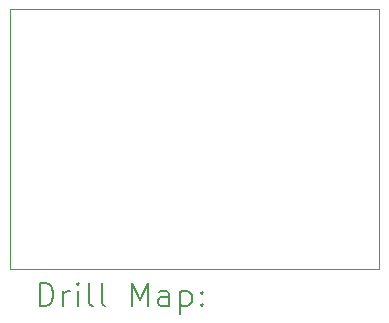
<source format=gbr>
%TF.GenerationSoftware,KiCad,Pcbnew,(6.0.7)*%
%TF.CreationDate,2023-01-30T20:46:30-05:00*%
%TF.ProjectId,SPItoCAN,53504974-6f43-4414-9e2e-6b696361645f,rev?*%
%TF.SameCoordinates,Original*%
%TF.FileFunction,Drillmap*%
%TF.FilePolarity,Positive*%
%FSLAX45Y45*%
G04 Gerber Fmt 4.5, Leading zero omitted, Abs format (unit mm)*
G04 Created by KiCad (PCBNEW (6.0.7)) date 2023-01-30 20:46:30*
%MOMM*%
%LPD*%
G01*
G04 APERTURE LIST*
%ADD10C,0.100000*%
%ADD11C,0.200000*%
G04 APERTURE END LIST*
D10*
X1270000Y-1300000D02*
X4394200Y-1300000D01*
X4394200Y-1300000D02*
X4394200Y-3505200D01*
X4394200Y-3505200D02*
X1270000Y-3505200D01*
X1270000Y-3505200D02*
X1270000Y-1300000D01*
D11*
X1522619Y-3820676D02*
X1522619Y-3620676D01*
X1570238Y-3620676D01*
X1598809Y-3630200D01*
X1617857Y-3649248D01*
X1627381Y-3668295D01*
X1636905Y-3706390D01*
X1636905Y-3734962D01*
X1627381Y-3773057D01*
X1617857Y-3792105D01*
X1598809Y-3811152D01*
X1570238Y-3820676D01*
X1522619Y-3820676D01*
X1722619Y-3820676D02*
X1722619Y-3687343D01*
X1722619Y-3725438D02*
X1732143Y-3706390D01*
X1741667Y-3696867D01*
X1760714Y-3687343D01*
X1779762Y-3687343D01*
X1846428Y-3820676D02*
X1846428Y-3687343D01*
X1846428Y-3620676D02*
X1836905Y-3630200D01*
X1846428Y-3639724D01*
X1855952Y-3630200D01*
X1846428Y-3620676D01*
X1846428Y-3639724D01*
X1970238Y-3820676D02*
X1951190Y-3811152D01*
X1941667Y-3792105D01*
X1941667Y-3620676D01*
X2075000Y-3820676D02*
X2055952Y-3811152D01*
X2046428Y-3792105D01*
X2046428Y-3620676D01*
X2303571Y-3820676D02*
X2303571Y-3620676D01*
X2370238Y-3763533D01*
X2436905Y-3620676D01*
X2436905Y-3820676D01*
X2617857Y-3820676D02*
X2617857Y-3715914D01*
X2608333Y-3696867D01*
X2589286Y-3687343D01*
X2551190Y-3687343D01*
X2532143Y-3696867D01*
X2617857Y-3811152D02*
X2598810Y-3820676D01*
X2551190Y-3820676D01*
X2532143Y-3811152D01*
X2522619Y-3792105D01*
X2522619Y-3773057D01*
X2532143Y-3754009D01*
X2551190Y-3744486D01*
X2598810Y-3744486D01*
X2617857Y-3734962D01*
X2713095Y-3687343D02*
X2713095Y-3887343D01*
X2713095Y-3696867D02*
X2732143Y-3687343D01*
X2770238Y-3687343D01*
X2789286Y-3696867D01*
X2798809Y-3706390D01*
X2808333Y-3725438D01*
X2808333Y-3782581D01*
X2798809Y-3801628D01*
X2789286Y-3811152D01*
X2770238Y-3820676D01*
X2732143Y-3820676D01*
X2713095Y-3811152D01*
X2894048Y-3801628D02*
X2903571Y-3811152D01*
X2894048Y-3820676D01*
X2884524Y-3811152D01*
X2894048Y-3801628D01*
X2894048Y-3820676D01*
X2894048Y-3696867D02*
X2903571Y-3706390D01*
X2894048Y-3715914D01*
X2884524Y-3706390D01*
X2894048Y-3696867D01*
X2894048Y-3715914D01*
M02*

</source>
